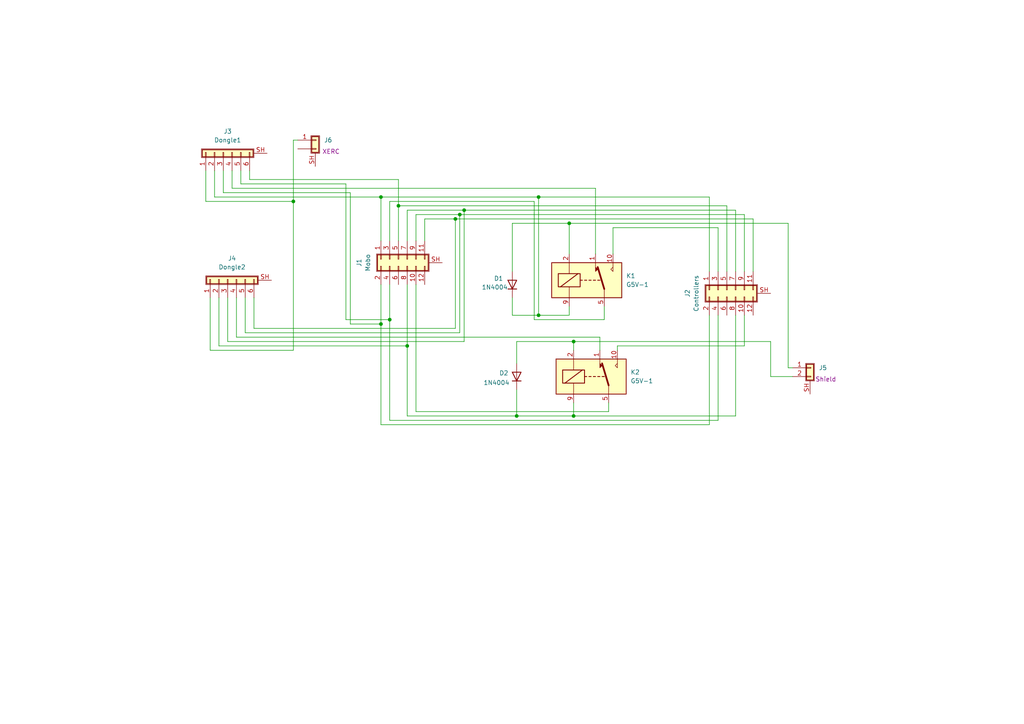
<source format=kicad_sch>
(kicad_sch
	(version 20231120)
	(generator "eeschema")
	(generator_version "8.0")
	(uuid "e4e16d38-c031-4f4f-9a1c-07c4ddbe16fe")
	(paper "A4")
	(lib_symbols
		(symbol "Conn_01x02_Shielded_1"
			(pin_names
				(offset 1.016) hide)
			(exclude_from_sim no)
			(in_bom yes)
			(on_board yes)
			(property "Reference" "J10"
				(at 2.54 0.0001 0)
				(effects
					(font
						(size 1.27 1.27)
					)
					(justify left)
				)
			)
			(property "Value" "XERC"
				(at 2.54 -2.5399 0)
				(effects
					(font
						(size 1.27 1.27)
					)
					(justify left)
					(hide yes)
				)
			)
			(property "Footprint" "Connector_JST:JST_SH_BM02B-SRSS-TB_1x02-1MP_P1.00mm_Vertical"
				(at 0 0 0)
				(effects
					(font
						(size 1.27 1.27)
					)
					(hide yes)
				)
			)
			(property "Datasheet" "~"
				(at 0 0 0)
				(effects
					(font
						(size 1.27 1.27)
					)
					(hide yes)
				)
			)
			(property "Description" "XERC"
				(at 4.572 -3.302 0)
				(effects
					(font
						(size 1.27 1.27)
					)
				)
			)
			(property "ki_keywords" "connector"
				(at 0 0 0)
				(effects
					(font
						(size 1.27 1.27)
					)
					(hide yes)
				)
			)
			(property "ki_fp_filters" "Connector*:*_1x??-1SH*"
				(at 0 0 0)
				(effects
					(font
						(size 1.27 1.27)
					)
					(hide yes)
				)
			)
			(symbol "Conn_01x02_Shielded_1_1_1"
				(rectangle
					(start -1.27 1.27)
					(end 1.27 -3.81)
					(stroke
						(width 0.1524)
						(type default)
					)
					(fill
						(type none)
					)
				)
				(rectangle
					(start -1.016 -2.413)
					(end 0.254 -2.667)
					(stroke
						(width 0.1524)
						(type default)
					)
					(fill
						(type none)
					)
				)
				(rectangle
					(start -1.016 0.127)
					(end 0.254 -0.127)
					(stroke
						(width 0.1524)
						(type default)
					)
					(fill
						(type none)
					)
				)
				(rectangle
					(start -1.016 1.016)
					(end 1.016 -3.556)
					(stroke
						(width 0.254)
						(type default)
					)
					(fill
						(type background)
					)
				)
				(pin passive line
					(at -5.08 -2.54 0)
					(length 4.064)
					(name "Pin_2"
						(effects
							(font
								(size 1.27 1.27)
							)
						)
					)
					(number ""
						(effects
							(font
								(size 1.27 1.27)
							)
						)
					)
				)
				(pin passive line
					(at -5.08 0 0)
					(length 4.064)
					(name "Pin_1"
						(effects
							(font
								(size 1.27 1.27)
							)
						)
					)
					(number "1"
						(effects
							(font
								(size 1.27 1.27)
							)
						)
					)
				)
				(pin passive line
					(at 0 -7.62 90)
					(length 3.81)
					(name "Shield"
						(effects
							(font
								(size 1.27 1.27)
							)
						)
					)
					(number "SH"
						(effects
							(font
								(size 1.27 1.27)
							)
						)
					)
				)
			)
		)
		(symbol "Conn_01x02_Shielded_2"
			(pin_names
				(offset 1.016) hide)
			(exclude_from_sim no)
			(in_bom yes)
			(on_board yes)
			(property "Reference" "J6"
				(at 2.54 0.0001 0)
				(effects
					(font
						(size 1.27 1.27)
					)
					(justify left)
				)
			)
			(property "Value" "Shield"
				(at 2.54 -2.5399 0)
				(effects
					(font
						(size 1.27 1.27)
					)
					(justify left)
					(hide yes)
				)
			)
			(property "Footprint" "Connector_Molex:Molex_PicoBlade_53261-0271_1x02-1MP_P1.25mm_Horizontal"
				(at 0 0 0)
				(effects
					(font
						(size 1.27 1.27)
					)
					(hide yes)
				)
			)
			(property "Datasheet" "~"
				(at 0 0 0)
				(effects
					(font
						(size 1.27 1.27)
					)
					(hide yes)
				)
			)
			(property "Description" "Shield"
				(at 4.572 -3.302 0)
				(effects
					(font
						(size 1.27 1.27)
					)
				)
			)
			(property "ki_keywords" "connector"
				(at 0 0 0)
				(effects
					(font
						(size 1.27 1.27)
					)
					(hide yes)
				)
			)
			(property "ki_fp_filters" "Connector*:*_1x??-1SH*"
				(at 0 0 0)
				(effects
					(font
						(size 1.27 1.27)
					)
					(hide yes)
				)
			)
			(symbol "Conn_01x02_Shielded_2_1_1"
				(rectangle
					(start -1.27 1.27)
					(end 1.27 -3.81)
					(stroke
						(width 0.1524)
						(type default)
					)
					(fill
						(type none)
					)
				)
				(rectangle
					(start -1.016 -2.413)
					(end 0.254 -2.667)
					(stroke
						(width 0.1524)
						(type default)
					)
					(fill
						(type none)
					)
				)
				(rectangle
					(start -1.016 0.127)
					(end 0.254 -0.127)
					(stroke
						(width 0.1524)
						(type default)
					)
					(fill
						(type none)
					)
				)
				(rectangle
					(start -1.016 1.016)
					(end 1.016 -3.556)
					(stroke
						(width 0.254)
						(type default)
					)
					(fill
						(type background)
					)
				)
				(pin passive line
					(at -5.08 0 0)
					(length 4.064)
					(name "Pin_1"
						(effects
							(font
								(size 1.27 1.27)
							)
						)
					)
					(number "1"
						(effects
							(font
								(size 1.27 1.27)
							)
						)
					)
				)
				(pin passive line
					(at -5.08 -2.54 0)
					(length 4.064)
					(name "Pin_2"
						(effects
							(font
								(size 1.27 1.27)
							)
						)
					)
					(number "2"
						(effects
							(font
								(size 1.27 1.27)
							)
						)
					)
				)
				(pin passive line
					(at 0 -7.62 90)
					(length 3.81)
					(name "Shield"
						(effects
							(font
								(size 1.27 1.27)
							)
						)
					)
					(number "SH"
						(effects
							(font
								(size 1.27 1.27)
							)
						)
					)
				)
			)
		)
		(symbol "Connector_Generic_Shielded:Conn_01x06_Shielded"
			(pin_names
				(offset 1.016) hide)
			(exclude_from_sim no)
			(in_bom yes)
			(on_board yes)
			(property "Reference" "J"
				(at 0.254 7.366 0)
				(effects
					(font
						(size 1.27 1.27)
					)
				)
			)
			(property "Value" "Conn_01x06_Shielded"
				(at 1.016 -9.906 0)
				(effects
					(font
						(size 1.27 1.27)
					)
					(justify left)
				)
			)
			(property "Footprint" ""
				(at 0 0 0)
				(effects
					(font
						(size 1.27 1.27)
					)
					(hide yes)
				)
			)
			(property "Datasheet" "~"
				(at 0 0 0)
				(effects
					(font
						(size 1.27 1.27)
					)
					(hide yes)
				)
			)
			(property "Description" "Generic shielded connector, single row, 01x06, script generated (kicad-library-utils/schlib/autogen/connector/)"
				(at 0 0 0)
				(effects
					(font
						(size 1.27 1.27)
					)
					(hide yes)
				)
			)
			(property "ki_keywords" "connector"
				(at 0 0 0)
				(effects
					(font
						(size 1.27 1.27)
					)
					(hide yes)
				)
			)
			(property "ki_fp_filters" "Connector*:*_1x??-1SH*"
				(at 0 0 0)
				(effects
					(font
						(size 1.27 1.27)
					)
					(hide yes)
				)
			)
			(symbol "Conn_01x06_Shielded_1_1"
				(rectangle
					(start -1.27 6.35)
					(end 1.27 -8.89)
					(stroke
						(width 0.1524)
						(type default)
					)
					(fill
						(type none)
					)
				)
				(rectangle
					(start -1.016 -7.493)
					(end 0.254 -7.747)
					(stroke
						(width 0.1524)
						(type default)
					)
					(fill
						(type none)
					)
				)
				(rectangle
					(start -1.016 -4.953)
					(end 0.254 -5.207)
					(stroke
						(width 0.1524)
						(type default)
					)
					(fill
						(type none)
					)
				)
				(rectangle
					(start -1.016 -2.413)
					(end 0.254 -2.667)
					(stroke
						(width 0.1524)
						(type default)
					)
					(fill
						(type none)
					)
				)
				(rectangle
					(start -1.016 0.127)
					(end 0.254 -0.127)
					(stroke
						(width 0.1524)
						(type default)
					)
					(fill
						(type none)
					)
				)
				(rectangle
					(start -1.016 2.667)
					(end 0.254 2.413)
					(stroke
						(width 0.1524)
						(type default)
					)
					(fill
						(type none)
					)
				)
				(rectangle
					(start -1.016 5.207)
					(end 0.254 4.953)
					(stroke
						(width 0.1524)
						(type default)
					)
					(fill
						(type none)
					)
				)
				(rectangle
					(start -1.016 6.096)
					(end 1.016 -8.636)
					(stroke
						(width 0.254)
						(type default)
					)
					(fill
						(type background)
					)
				)
				(pin passive line
					(at -5.08 5.08 0)
					(length 4.064)
					(name "Pin_1"
						(effects
							(font
								(size 1.27 1.27)
							)
						)
					)
					(number "1"
						(effects
							(font
								(size 1.27 1.27)
							)
						)
					)
				)
				(pin passive line
					(at -5.08 2.54 0)
					(length 4.064)
					(name "Pin_2"
						(effects
							(font
								(size 1.27 1.27)
							)
						)
					)
					(number "2"
						(effects
							(font
								(size 1.27 1.27)
							)
						)
					)
				)
				(pin passive line
					(at -5.08 0 0)
					(length 4.064)
					(name "Pin_3"
						(effects
							(font
								(size 1.27 1.27)
							)
						)
					)
					(number "3"
						(effects
							(font
								(size 1.27 1.27)
							)
						)
					)
				)
				(pin passive line
					(at -5.08 -2.54 0)
					(length 4.064)
					(name "Pin_4"
						(effects
							(font
								(size 1.27 1.27)
							)
						)
					)
					(number "4"
						(effects
							(font
								(size 1.27 1.27)
							)
						)
					)
				)
				(pin passive line
					(at -5.08 -5.08 0)
					(length 4.064)
					(name "Pin_5"
						(effects
							(font
								(size 1.27 1.27)
							)
						)
					)
					(number "5"
						(effects
							(font
								(size 1.27 1.27)
							)
						)
					)
				)
				(pin passive line
					(at -5.08 -7.62 0)
					(length 4.064)
					(name "Pin_6"
						(effects
							(font
								(size 1.27 1.27)
							)
						)
					)
					(number "6"
						(effects
							(font
								(size 1.27 1.27)
							)
						)
					)
				)
				(pin passive line
					(at 0 -12.7 90)
					(length 3.81)
					(name "Shield"
						(effects
							(font
								(size 1.27 1.27)
							)
						)
					)
					(number "SH"
						(effects
							(font
								(size 1.27 1.27)
							)
						)
					)
				)
			)
		)
		(symbol "Connector_Generic_Shielded:Conn_02x06_Odd_Even_Shielded"
			(pin_names
				(offset 1.016) hide)
			(exclude_from_sim no)
			(in_bom yes)
			(on_board yes)
			(property "Reference" "J"
				(at 1.524 7.366 0)
				(effects
					(font
						(size 1.27 1.27)
					)
				)
			)
			(property "Value" "Conn_02x06_Odd_Even_Shielded"
				(at 2.286 -9.906 0)
				(effects
					(font
						(size 1.27 1.27)
					)
					(justify left)
				)
			)
			(property "Footprint" ""
				(at 0 0 0)
				(effects
					(font
						(size 1.27 1.27)
					)
					(hide yes)
				)
			)
			(property "Datasheet" "~"
				(at 0 0 0)
				(effects
					(font
						(size 1.27 1.27)
					)
					(hide yes)
				)
			)
			(property "Description" "Generic shielded connector, double row, 02x06, odd/even pin numbering scheme (row 1 odd numbers, row 2 even numbers), script generated (kicad-library-utils/schlib/autogen/connector/)"
				(at 0 0 0)
				(effects
					(font
						(size 1.27 1.27)
					)
					(hide yes)
				)
			)
			(property "ki_keywords" "connector"
				(at 0 0 0)
				(effects
					(font
						(size 1.27 1.27)
					)
					(hide yes)
				)
			)
			(property "ki_fp_filters" "Connector*:*_2x??-1SH*"
				(at 0 0 0)
				(effects
					(font
						(size 1.27 1.27)
					)
					(hide yes)
				)
			)
			(symbol "Conn_02x06_Odd_Even_Shielded_1_1"
				(rectangle
					(start -1.27 6.35)
					(end 3.81 -8.89)
					(stroke
						(width 0.1524)
						(type default)
					)
					(fill
						(type none)
					)
				)
				(rectangle
					(start -1.016 -7.493)
					(end 0.254 -7.747)
					(stroke
						(width 0.1524)
						(type default)
					)
					(fill
						(type none)
					)
				)
				(rectangle
					(start -1.016 -4.953)
					(end 0.254 -5.207)
					(stroke
						(width 0.1524)
						(type default)
					)
					(fill
						(type none)
					)
				)
				(rectangle
					(start -1.016 -2.413)
					(end 0.254 -2.667)
					(stroke
						(width 0.1524)
						(type default)
					)
					(fill
						(type none)
					)
				)
				(rectangle
					(start -1.016 0.127)
					(end 0.254 -0.127)
					(stroke
						(width 0.1524)
						(type default)
					)
					(fill
						(type none)
					)
				)
				(rectangle
					(start -1.016 2.667)
					(end 0.254 2.413)
					(stroke
						(width 0.1524)
						(type default)
					)
					(fill
						(type none)
					)
				)
				(rectangle
					(start -1.016 5.207)
					(end 0.254 4.953)
					(stroke
						(width 0.1524)
						(type default)
					)
					(fill
						(type none)
					)
				)
				(rectangle
					(start -1.016 6.096)
					(end 3.556 -8.636)
					(stroke
						(width 0.254)
						(type default)
					)
					(fill
						(type background)
					)
				)
				(rectangle
					(start 3.556 -7.493)
					(end 2.286 -7.747)
					(stroke
						(width 0.1524)
						(type default)
					)
					(fill
						(type none)
					)
				)
				(rectangle
					(start 3.556 -4.953)
					(end 2.286 -5.207)
					(stroke
						(width 0.1524)
						(type default)
					)
					(fill
						(type none)
					)
				)
				(rectangle
					(start 3.556 -2.413)
					(end 2.286 -2.667)
					(stroke
						(width 0.1524)
						(type default)
					)
					(fill
						(type none)
					)
				)
				(rectangle
					(start 3.556 0.127)
					(end 2.286 -0.127)
					(stroke
						(width 0.1524)
						(type default)
					)
					(fill
						(type none)
					)
				)
				(rectangle
					(start 3.556 2.667)
					(end 2.286 2.413)
					(stroke
						(width 0.1524)
						(type default)
					)
					(fill
						(type none)
					)
				)
				(rectangle
					(start 3.556 5.207)
					(end 2.286 4.953)
					(stroke
						(width 0.1524)
						(type default)
					)
					(fill
						(type none)
					)
				)
				(pin passive line
					(at -5.08 5.08 0)
					(length 4.064)
					(name "Pin_1"
						(effects
							(font
								(size 1.27 1.27)
							)
						)
					)
					(number "1"
						(effects
							(font
								(size 1.27 1.27)
							)
						)
					)
				)
				(pin passive line
					(at 7.62 -5.08 180)
					(length 4.064)
					(name "Pin_10"
						(effects
							(font
								(size 1.27 1.27)
							)
						)
					)
					(number "10"
						(effects
							(font
								(size 1.27 1.27)
							)
						)
					)
				)
				(pin passive line
					(at -5.08 -7.62 0)
					(length 4.064)
					(name "Pin_11"
						(effects
							(font
								(size 1.27 1.27)
							)
						)
					)
					(number "11"
						(effects
							(font
								(size 1.27 1.27)
							)
						)
					)
				)
				(pin passive line
					(at 7.62 -7.62 180)
					(length 4.064)
					(name "Pin_12"
						(effects
							(font
								(size 1.27 1.27)
							)
						)
					)
					(number "12"
						(effects
							(font
								(size 1.27 1.27)
							)
						)
					)
				)
				(pin passive line
					(at 7.62 5.08 180)
					(length 4.064)
					(name "Pin_2"
						(effects
							(font
								(size 1.27 1.27)
							)
						)
					)
					(number "2"
						(effects
							(font
								(size 1.27 1.27)
							)
						)
					)
				)
				(pin passive line
					(at -5.08 2.54 0)
					(length 4.064)
					(name "Pin_3"
						(effects
							(font
								(size 1.27 1.27)
							)
						)
					)
					(number "3"
						(effects
							(font
								(size 1.27 1.27)
							)
						)
					)
				)
				(pin passive line
					(at 7.62 2.54 180)
					(length 4.064)
					(name "Pin_4"
						(effects
							(font
								(size 1.27 1.27)
							)
						)
					)
					(number "4"
						(effects
							(font
								(size 1.27 1.27)
							)
						)
					)
				)
				(pin passive line
					(at -5.08 0 0)
					(length 4.064)
					(name "Pin_5"
						(effects
							(font
								(size 1.27 1.27)
							)
						)
					)
					(number "5"
						(effects
							(font
								(size 1.27 1.27)
							)
						)
					)
				)
				(pin passive line
					(at 7.62 0 180)
					(length 4.064)
					(name "Pin_6"
						(effects
							(font
								(size 1.27 1.27)
							)
						)
					)
					(number "6"
						(effects
							(font
								(size 1.27 1.27)
							)
						)
					)
				)
				(pin passive line
					(at -5.08 -2.54 0)
					(length 4.064)
					(name "Pin_7"
						(effects
							(font
								(size 1.27 1.27)
							)
						)
					)
					(number "7"
						(effects
							(font
								(size 1.27 1.27)
							)
						)
					)
				)
				(pin passive line
					(at 7.62 -2.54 180)
					(length 4.064)
					(name "Pin_8"
						(effects
							(font
								(size 1.27 1.27)
							)
						)
					)
					(number "8"
						(effects
							(font
								(size 1.27 1.27)
							)
						)
					)
				)
				(pin passive line
					(at -5.08 -5.08 0)
					(length 4.064)
					(name "Pin_9"
						(effects
							(font
								(size 1.27 1.27)
							)
						)
					)
					(number "9"
						(effects
							(font
								(size 1.27 1.27)
							)
						)
					)
				)
				(pin passive line
					(at 1.27 -12.7 90)
					(length 3.81)
					(name "Shield"
						(effects
							(font
								(size 1.27 1.27)
							)
						)
					)
					(number "SH"
						(effects
							(font
								(size 1.27 1.27)
							)
						)
					)
				)
			)
		)
		(symbol "Diode:1N4004"
			(pin_numbers hide)
			(pin_names hide)
			(exclude_from_sim no)
			(in_bom yes)
			(on_board yes)
			(property "Reference" "D"
				(at 0 2.54 0)
				(effects
					(font
						(size 1.27 1.27)
					)
				)
			)
			(property "Value" "1N4004"
				(at 0 -2.54 0)
				(effects
					(font
						(size 1.27 1.27)
					)
				)
			)
			(property "Footprint" "Diode_THT:D_DO-41_SOD81_P10.16mm_Horizontal"
				(at 0 -4.445 0)
				(effects
					(font
						(size 1.27 1.27)
					)
					(hide yes)
				)
			)
			(property "Datasheet" "http://www.vishay.com/docs/88503/1n4001.pdf"
				(at 0 0 0)
				(effects
					(font
						(size 1.27 1.27)
					)
					(hide yes)
				)
			)
			(property "Description" "400V 1A General Purpose Rectifier Diode, DO-41"
				(at 0 0 0)
				(effects
					(font
						(size 1.27 1.27)
					)
					(hide yes)
				)
			)
			(property "Sim.Device" "D"
				(at 0 0 0)
				(effects
					(font
						(size 1.27 1.27)
					)
					(hide yes)
				)
			)
			(property "Sim.Pins" "1=K 2=A"
				(at 0 0 0)
				(effects
					(font
						(size 1.27 1.27)
					)
					(hide yes)
				)
			)
			(property "ki_keywords" "diode"
				(at 0 0 0)
				(effects
					(font
						(size 1.27 1.27)
					)
					(hide yes)
				)
			)
			(property "ki_fp_filters" "D*DO?41*"
				(at 0 0 0)
				(effects
					(font
						(size 1.27 1.27)
					)
					(hide yes)
				)
			)
			(symbol "1N4004_0_1"
				(polyline
					(pts
						(xy -1.27 1.27) (xy -1.27 -1.27)
					)
					(stroke
						(width 0.254)
						(type default)
					)
					(fill
						(type none)
					)
				)
				(polyline
					(pts
						(xy 1.27 0) (xy -1.27 0)
					)
					(stroke
						(width 0)
						(type default)
					)
					(fill
						(type none)
					)
				)
				(polyline
					(pts
						(xy 1.27 1.27) (xy 1.27 -1.27) (xy -1.27 0) (xy 1.27 1.27)
					)
					(stroke
						(width 0.254)
						(type default)
					)
					(fill
						(type none)
					)
				)
			)
			(symbol "1N4004_1_1"
				(pin passive line
					(at -3.81 0 0)
					(length 2.54)
					(name "K"
						(effects
							(font
								(size 1.27 1.27)
							)
						)
					)
					(number "1"
						(effects
							(font
								(size 1.27 1.27)
							)
						)
					)
				)
				(pin passive line
					(at 3.81 0 180)
					(length 2.54)
					(name "A"
						(effects
							(font
								(size 1.27 1.27)
							)
						)
					)
					(number "2"
						(effects
							(font
								(size 1.27 1.27)
							)
						)
					)
				)
			)
		)
		(symbol "Relay:G5V-1"
			(exclude_from_sim no)
			(in_bom yes)
			(on_board yes)
			(property "Reference" "K"
				(at 11.43 3.81 0)
				(effects
					(font
						(size 1.27 1.27)
					)
					(justify left)
				)
			)
			(property "Value" "G5V-1"
				(at 11.43 1.27 0)
				(effects
					(font
						(size 1.27 1.27)
					)
					(justify left)
				)
			)
			(property "Footprint" "Relay_THT:Relay_SPDT_Omron_G5V-1"
				(at 28.702 -0.762 0)
				(effects
					(font
						(size 1.27 1.27)
					)
					(hide yes)
				)
			)
			(property "Datasheet" "http://omronfs.omron.com/en_US/ecb/products/pdf/en-g5v_1.pdf"
				(at 0 0 0)
				(effects
					(font
						(size 1.27 1.27)
					)
					(hide yes)
				)
			)
			(property "Description" "Ultra-miniature, Highly Sensitive SPDT Relay for Signal Circuits"
				(at 0 0 0)
				(effects
					(font
						(size 1.27 1.27)
					)
					(hide yes)
				)
			)
			(property "ki_keywords" "Single Pole Relay SPDT"
				(at 0 0 0)
				(effects
					(font
						(size 1.27 1.27)
					)
					(hide yes)
				)
			)
			(property "ki_fp_filters" "Relay*SPDT*Omron*G5V?1*"
				(at 0 0 0)
				(effects
					(font
						(size 1.27 1.27)
					)
					(hide yes)
				)
			)
			(symbol "G5V-1_0_0"
				(polyline
					(pts
						(xy 7.62 5.08) (xy 7.62 2.54) (xy 6.985 3.175) (xy 7.62 3.81)
					)
					(stroke
						(width 0)
						(type default)
					)
					(fill
						(type none)
					)
				)
			)
			(symbol "G5V-1_0_1"
				(rectangle
					(start -10.16 5.08)
					(end 10.16 -5.08)
					(stroke
						(width 0.254)
						(type default)
					)
					(fill
						(type background)
					)
				)
				(rectangle
					(start -8.255 1.905)
					(end -1.905 -1.905)
					(stroke
						(width 0.254)
						(type default)
					)
					(fill
						(type none)
					)
				)
				(polyline
					(pts
						(xy -7.62 -1.905) (xy -2.54 1.905)
					)
					(stroke
						(width 0.254)
						(type default)
					)
					(fill
						(type none)
					)
				)
				(polyline
					(pts
						(xy -5.08 -5.08) (xy -5.08 -1.905)
					)
					(stroke
						(width 0)
						(type default)
					)
					(fill
						(type none)
					)
				)
				(polyline
					(pts
						(xy -5.08 5.08) (xy -5.08 1.905)
					)
					(stroke
						(width 0)
						(type default)
					)
					(fill
						(type none)
					)
				)
				(polyline
					(pts
						(xy -1.905 0) (xy -1.27 0)
					)
					(stroke
						(width 0.254)
						(type default)
					)
					(fill
						(type none)
					)
				)
				(polyline
					(pts
						(xy -0.635 0) (xy 0 0)
					)
					(stroke
						(width 0.254)
						(type default)
					)
					(fill
						(type none)
					)
				)
				(polyline
					(pts
						(xy 0.635 0) (xy 1.27 0)
					)
					(stroke
						(width 0.254)
						(type default)
					)
					(fill
						(type none)
					)
				)
				(polyline
					(pts
						(xy 1.905 0) (xy 2.54 0)
					)
					(stroke
						(width 0.254)
						(type default)
					)
					(fill
						(type none)
					)
				)
				(polyline
					(pts
						(xy 3.175 0) (xy 3.81 0)
					)
					(stroke
						(width 0.254)
						(type default)
					)
					(fill
						(type none)
					)
				)
				(polyline
					(pts
						(xy 5.08 -2.54) (xy 3.175 3.81)
					)
					(stroke
						(width 0.508)
						(type default)
					)
					(fill
						(type none)
					)
				)
				(polyline
					(pts
						(xy 5.08 -2.54) (xy 5.08 -5.08)
					)
					(stroke
						(width 0)
						(type default)
					)
					(fill
						(type none)
					)
				)
				(polyline
					(pts
						(xy 2.54 5.08) (xy 2.54 2.54) (xy 3.175 3.175) (xy 2.54 3.81)
					)
					(stroke
						(width 0)
						(type default)
					)
					(fill
						(type outline)
					)
				)
			)
			(symbol "G5V-1_1_1"
				(pin passive line
					(at 2.54 7.62 270)
					(length 2.54)
					(name "~"
						(effects
							(font
								(size 1.27 1.27)
							)
						)
					)
					(number "1"
						(effects
							(font
								(size 1.27 1.27)
							)
						)
					)
				)
				(pin passive line
					(at 7.62 7.62 270)
					(length 2.54)
					(name "~"
						(effects
							(font
								(size 1.27 1.27)
							)
						)
					)
					(number "10"
						(effects
							(font
								(size 1.27 1.27)
							)
						)
					)
				)
				(pin passive line
					(at -5.08 7.62 270)
					(length 2.54)
					(name "~"
						(effects
							(font
								(size 1.27 1.27)
							)
						)
					)
					(number "2"
						(effects
							(font
								(size 1.27 1.27)
							)
						)
					)
				)
				(pin passive line
					(at 5.08 -7.62 90)
					(length 2.54)
					(name "~"
						(effects
							(font
								(size 1.27 1.27)
							)
						)
					)
					(number "5"
						(effects
							(font
								(size 1.27 1.27)
							)
						)
					)
				)
				(pin passive line
					(at 5.08 -7.62 90)
					(length 2.54) hide
					(name "~"
						(effects
							(font
								(size 1.27 1.27)
							)
						)
					)
					(number "6"
						(effects
							(font
								(size 1.27 1.27)
							)
						)
					)
				)
				(pin passive line
					(at -5.08 -7.62 90)
					(length 2.54)
					(name "~"
						(effects
							(font
								(size 1.27 1.27)
							)
						)
					)
					(number "9"
						(effects
							(font
								(size 1.27 1.27)
							)
						)
					)
				)
			)
		)
	)
	(junction
		(at 166.37 99.06)
		(diameter 0)
		(color 0 0 0 0)
		(uuid "0ceee93a-9b51-4631-b903-57fcc92403ca")
	)
	(junction
		(at 166.37 120.65)
		(diameter 0)
		(color 0 0 0 0)
		(uuid "3fac8339-b306-496e-87c3-0d052800160f")
	)
	(junction
		(at 133.35 62.23)
		(diameter 0)
		(color 0 0 0 0)
		(uuid "418dc362-b9ed-40e4-ba36-783d6941eba3")
	)
	(junction
		(at 156.21 91.44)
		(diameter 0)
		(color 0 0 0 0)
		(uuid "4d8e2395-c6a4-4d59-95ae-5f419b7b8534")
	)
	(junction
		(at 156.21 57.15)
		(diameter 0)
		(color 0 0 0 0)
		(uuid "56f6f68e-51f7-444f-9ba1-ba7cc8aa66ee")
	)
	(junction
		(at 115.57 59.69)
		(diameter 0)
		(color 0 0 0 0)
		(uuid "61cd2c28-6944-4426-85f9-fa748b3d4cd2")
	)
	(junction
		(at 132.08 63.5)
		(diameter 0)
		(color 0 0 0 0)
		(uuid "8819f7ec-6b76-4a9b-907c-cc289aed7d5e")
	)
	(junction
		(at 113.03 92.71)
		(diameter 0)
		(color 0 0 0 0)
		(uuid "a079c0cd-043f-41a8-9089-b62affedb452")
	)
	(junction
		(at 110.49 93.98)
		(diameter 0)
		(color 0 0 0 0)
		(uuid "a471f91d-4556-4385-bf0e-7eade95bede9")
	)
	(junction
		(at 149.86 120.65)
		(diameter 0)
		(color 0 0 0 0)
		(uuid "a6f26b28-422a-4623-9922-5f915ba4bdd8")
	)
	(junction
		(at 118.11 100.33)
		(diameter 0)
		(color 0 0 0 0)
		(uuid "bb6ea104-bc4d-45fa-a84f-107bd0e807cf")
	)
	(junction
		(at 165.1 64.77)
		(diameter 0)
		(color 0 0 0 0)
		(uuid "c99730ce-aa25-4841-a5b5-29203e1c3312")
	)
	(junction
		(at 85.09 58.42)
		(diameter 0)
		(color 0 0 0 0)
		(uuid "d557721d-bca0-4251-8ddd-4a6304ad9a23")
	)
	(junction
		(at 134.62 60.96)
		(diameter 0)
		(color 0 0 0 0)
		(uuid "fd94c97d-3f28-45ae-84bb-d23eee2c0615")
	)
	(junction
		(at 110.49 57.15)
		(diameter 0)
		(color 0 0 0 0)
		(uuid "fdddc9ad-999f-4031-b497-fc91495ed4bb")
	)
	(wire
		(pts
			(xy 118.11 60.96) (xy 134.62 60.96)
		)
		(stroke
			(width 0)
			(type default)
		)
		(uuid "008a06cd-23bb-400d-a9c8-fef192f59354")
	)
	(wire
		(pts
			(xy 166.37 99.06) (xy 223.52 99.06)
		)
		(stroke
			(width 0)
			(type default)
		)
		(uuid "0554c922-9685-4a3e-9f32-ffec639c4667")
	)
	(wire
		(pts
			(xy 59.69 58.42) (xy 85.09 58.42)
		)
		(stroke
			(width 0)
			(type default)
		)
		(uuid "07a80df2-1d72-4eb6-a0a5-14326112bd8f")
	)
	(wire
		(pts
			(xy 60.96 101.6) (xy 60.96 86.36)
		)
		(stroke
			(width 0)
			(type default)
		)
		(uuid "08aa8f31-2a21-459f-8549-419d55870f78")
	)
	(wire
		(pts
			(xy 176.53 119.38) (xy 176.53 116.84)
		)
		(stroke
			(width 0)
			(type default)
		)
		(uuid "0cf584c7-c607-4d1c-9acc-90aa151d4df7")
	)
	(wire
		(pts
			(xy 223.52 99.06) (xy 223.52 109.22)
		)
		(stroke
			(width 0)
			(type default)
		)
		(uuid "1145fe28-ffc3-496b-9fac-eef9cc775023")
	)
	(wire
		(pts
			(xy 110.49 123.19) (xy 205.74 123.19)
		)
		(stroke
			(width 0)
			(type default)
		)
		(uuid "137d32d9-1abe-4eb9-b36c-28f2a36c9a14")
	)
	(wire
		(pts
			(xy 120.65 82.55) (xy 120.65 119.38)
		)
		(stroke
			(width 0)
			(type default)
		)
		(uuid "15e67f7d-9c6a-4f1b-b511-1de85c9290e7")
	)
	(wire
		(pts
			(xy 165.1 64.77) (xy 148.59 64.77)
		)
		(stroke
			(width 0)
			(type default)
		)
		(uuid "1792b596-de45-4c91-86fd-669c815bc4f4")
	)
	(wire
		(pts
			(xy 156.21 57.15) (xy 156.21 91.44)
		)
		(stroke
			(width 0)
			(type default)
		)
		(uuid "17977817-bf4b-4191-851e-3d615aa0d874")
	)
	(wire
		(pts
			(xy 165.1 91.44) (xy 165.1 88.9)
		)
		(stroke
			(width 0)
			(type default)
		)
		(uuid "1aa2b61e-10d8-4fc4-a737-6fb4695f35da")
	)
	(wire
		(pts
			(xy 215.9 62.23) (xy 215.9 78.74)
		)
		(stroke
			(width 0)
			(type default)
		)
		(uuid "1d9aea88-b415-408c-bd54-08939155aab9")
	)
	(wire
		(pts
			(xy 156.21 91.44) (xy 165.1 91.44)
		)
		(stroke
			(width 0)
			(type default)
		)
		(uuid "2131bdb4-cb2c-49d4-b46c-c32d18c6e70a")
	)
	(wire
		(pts
			(xy 156.21 91.44) (xy 148.59 91.44)
		)
		(stroke
			(width 0)
			(type default)
		)
		(uuid "2221d815-9dfb-499f-8167-dc6210e5ea6b")
	)
	(wire
		(pts
			(xy 115.57 52.07) (xy 115.57 59.69)
		)
		(stroke
			(width 0)
			(type default)
		)
		(uuid "25fe5890-84df-43e5-a043-9b00f9de65d9")
	)
	(wire
		(pts
			(xy 149.86 120.65) (xy 149.86 113.03)
		)
		(stroke
			(width 0)
			(type default)
		)
		(uuid "2dc0c9f4-3000-4b87-b208-ddfbaf0a7066")
	)
	(wire
		(pts
			(xy 64.77 55.88) (xy 101.6 55.88)
		)
		(stroke
			(width 0)
			(type default)
		)
		(uuid "3063c251-fd63-45a9-8141-3bea99fc2bc6")
	)
	(wire
		(pts
			(xy 72.39 49.53) (xy 72.39 52.07)
		)
		(stroke
			(width 0)
			(type default)
		)
		(uuid "31d6aa0b-8366-4d49-9110-c97e169be353")
	)
	(wire
		(pts
			(xy 177.8 73.66) (xy 177.8 66.04)
		)
		(stroke
			(width 0)
			(type default)
		)
		(uuid "326e8696-9ec6-49dd-a1b1-e2a95c341e5a")
	)
	(wire
		(pts
			(xy 110.49 82.55) (xy 110.49 93.98)
		)
		(stroke
			(width 0)
			(type default)
		)
		(uuid "348ef77f-177f-435e-b7d2-590269caadf2")
	)
	(wire
		(pts
			(xy 208.28 66.04) (xy 208.28 78.74)
		)
		(stroke
			(width 0)
			(type default)
		)
		(uuid "34d364d9-f3c8-4a15-a582-38b1fea9e39c")
	)
	(wire
		(pts
			(xy 113.03 92.71) (xy 113.03 121.92)
		)
		(stroke
			(width 0)
			(type default)
		)
		(uuid "3529218a-e59a-4eaf-818c-33d7972c4f91")
	)
	(wire
		(pts
			(xy 172.72 54.61) (xy 67.31 54.61)
		)
		(stroke
			(width 0)
			(type default)
		)
		(uuid "354c217a-4530-4645-8403-6ecb7420ff2b")
	)
	(wire
		(pts
			(xy 223.52 109.22) (xy 229.87 109.22)
		)
		(stroke
			(width 0)
			(type default)
		)
		(uuid "3c4f2ceb-3286-4538-81e0-9be62433be34")
	)
	(wire
		(pts
			(xy 166.37 120.65) (xy 213.36 120.65)
		)
		(stroke
			(width 0)
			(type default)
		)
		(uuid "3d2faabe-d79a-40d1-acd8-87a35ef2e1d9")
	)
	(wire
		(pts
			(xy 133.35 62.23) (xy 133.35 96.52)
		)
		(stroke
			(width 0)
			(type default)
		)
		(uuid "4079f76d-dd17-4db4-a60a-ecc7ed107a8f")
	)
	(wire
		(pts
			(xy 165.1 64.77) (xy 228.6 64.77)
		)
		(stroke
			(width 0)
			(type default)
		)
		(uuid "41298f14-e9e5-4bfe-9c01-8ab6ff3a7575")
	)
	(wire
		(pts
			(xy 66.04 86.36) (xy 66.04 99.06)
		)
		(stroke
			(width 0)
			(type default)
		)
		(uuid "42f1e316-9d87-4b08-8016-a2ef03f6ee29")
	)
	(wire
		(pts
			(xy 73.66 86.36) (xy 73.66 95.25)
		)
		(stroke
			(width 0)
			(type default)
		)
		(uuid "4704f090-f1eb-459c-a8f6-e29b5c47a69a")
	)
	(wire
		(pts
			(xy 205.74 91.44) (xy 205.74 123.19)
		)
		(stroke
			(width 0)
			(type default)
		)
		(uuid "47a72ee8-b15d-4126-a07e-6c197ff04144")
	)
	(wire
		(pts
			(xy 113.03 58.42) (xy 154.94 58.42)
		)
		(stroke
			(width 0)
			(type default)
		)
		(uuid "47f623ea-4e03-44f4-871d-c4e16a947e40")
	)
	(wire
		(pts
			(xy 166.37 120.65) (xy 149.86 120.65)
		)
		(stroke
			(width 0)
			(type default)
		)
		(uuid "4bfd6291-57ec-4087-96ae-fa60a025f675")
	)
	(wire
		(pts
			(xy 156.21 57.15) (xy 205.74 57.15)
		)
		(stroke
			(width 0)
			(type default)
		)
		(uuid "5544a47d-28f1-4291-8fa0-74590e912e95")
	)
	(wire
		(pts
			(xy 228.6 64.77) (xy 228.6 106.68)
		)
		(stroke
			(width 0)
			(type default)
		)
		(uuid "5681da70-201c-4478-bfcd-bf8e0633f28f")
	)
	(wire
		(pts
			(xy 118.11 100.33) (xy 118.11 120.65)
		)
		(stroke
			(width 0)
			(type default)
		)
		(uuid "58f6520b-7a37-4ab5-9b97-e20c9e952d79")
	)
	(wire
		(pts
			(xy 166.37 116.84) (xy 166.37 120.65)
		)
		(stroke
			(width 0)
			(type default)
		)
		(uuid "58fe058a-80d0-4a31-a068-3111fc8564f6")
	)
	(wire
		(pts
			(xy 71.12 96.52) (xy 71.12 86.36)
		)
		(stroke
			(width 0)
			(type default)
		)
		(uuid "5b05f66e-a39b-4628-90ba-a0f0778c0193")
	)
	(wire
		(pts
			(xy 210.82 59.69) (xy 210.82 78.74)
		)
		(stroke
			(width 0)
			(type default)
		)
		(uuid "5ebf858f-d75c-43e8-a173-78d525ee273b")
	)
	(wire
		(pts
			(xy 101.6 93.98) (xy 110.49 93.98)
		)
		(stroke
			(width 0)
			(type default)
		)
		(uuid "619ccd67-53dc-4506-9c41-1add3c177ab5")
	)
	(wire
		(pts
			(xy 72.39 52.07) (xy 115.57 52.07)
		)
		(stroke
			(width 0)
			(type default)
		)
		(uuid "62256184-c8cd-41b3-8fb7-90722207da1c")
	)
	(wire
		(pts
			(xy 113.03 92.71) (xy 100.33 92.71)
		)
		(stroke
			(width 0)
			(type default)
		)
		(uuid "6496cb85-d821-4158-ab82-e3b7a72458ca")
	)
	(wire
		(pts
			(xy 173.99 101.6) (xy 173.99 97.79)
		)
		(stroke
			(width 0)
			(type default)
		)
		(uuid "649817a3-f43c-4de0-8f67-ff5a23c411dd")
	)
	(wire
		(pts
			(xy 205.74 57.15) (xy 205.74 78.74)
		)
		(stroke
			(width 0)
			(type default)
		)
		(uuid "688ef12c-b195-4a03-84da-db9b351acf83")
	)
	(wire
		(pts
			(xy 132.08 63.5) (xy 218.44 63.5)
		)
		(stroke
			(width 0)
			(type default)
		)
		(uuid "69a40d2f-7763-463c-9277-55aeca698e54")
	)
	(wire
		(pts
			(xy 85.09 101.6) (xy 60.96 101.6)
		)
		(stroke
			(width 0)
			(type default)
		)
		(uuid "6a43d3c2-e88b-478a-93ae-9a9ebba34d67")
	)
	(wire
		(pts
			(xy 166.37 99.06) (xy 166.37 101.6)
		)
		(stroke
			(width 0)
			(type default)
		)
		(uuid "6b3f9909-4e09-4801-b0ca-96fc9bd88271")
	)
	(wire
		(pts
			(xy 154.94 58.42) (xy 154.94 92.71)
		)
		(stroke
			(width 0)
			(type default)
		)
		(uuid "6f1f2dfc-c589-43c3-87a6-3b2dc7770400")
	)
	(wire
		(pts
			(xy 154.94 92.71) (xy 175.26 92.71)
		)
		(stroke
			(width 0)
			(type default)
		)
		(uuid "75fe591a-155c-44e0-9f04-97f2b805ee62")
	)
	(wire
		(pts
			(xy 172.72 73.66) (xy 172.72 54.61)
		)
		(stroke
			(width 0)
			(type default)
		)
		(uuid "770f8476-c4f5-412e-8f59-bc37572cd5b7")
	)
	(wire
		(pts
			(xy 64.77 49.53) (xy 64.77 55.88)
		)
		(stroke
			(width 0)
			(type default)
		)
		(uuid "78afee71-ec9b-4f55-aaa8-6ea44fe88578")
	)
	(wire
		(pts
			(xy 213.36 60.96) (xy 213.36 78.74)
		)
		(stroke
			(width 0)
			(type default)
		)
		(uuid "78c9f890-3d83-4f88-b40d-cb03d913593d")
	)
	(wire
		(pts
			(xy 73.66 95.25) (xy 132.08 95.25)
		)
		(stroke
			(width 0)
			(type default)
		)
		(uuid "7a2a3618-f7c1-47ae-8c58-110e8b0579ad")
	)
	(wire
		(pts
			(xy 113.03 58.42) (xy 113.03 69.85)
		)
		(stroke
			(width 0)
			(type default)
		)
		(uuid "7b8878dd-42a0-4047-8457-2a105240b556")
	)
	(wire
		(pts
			(xy 148.59 91.44) (xy 148.59 86.36)
		)
		(stroke
			(width 0)
			(type default)
		)
		(uuid "7cd7c0de-99ae-4fbf-9cf2-e7baee9618df")
	)
	(wire
		(pts
			(xy 213.36 91.44) (xy 213.36 120.65)
		)
		(stroke
			(width 0)
			(type default)
		)
		(uuid "7e535096-f80c-41d9-8d64-548ea156a13d")
	)
	(wire
		(pts
			(xy 59.69 49.53) (xy 59.69 58.42)
		)
		(stroke
			(width 0)
			(type default)
		)
		(uuid "7e6db6c7-0ec7-4e2e-bbca-df74982fbd89")
	)
	(wire
		(pts
			(xy 133.35 96.52) (xy 71.12 96.52)
		)
		(stroke
			(width 0)
			(type default)
		)
		(uuid "7ee95d4f-b9c2-4f5e-ac9b-4d6f9fdaaaa7")
	)
	(wire
		(pts
			(xy 62.23 49.53) (xy 62.23 57.15)
		)
		(stroke
			(width 0)
			(type default)
		)
		(uuid "80f059b7-e25d-4094-b6fb-13e2650fdb0c")
	)
	(wire
		(pts
			(xy 85.09 40.64) (xy 85.09 58.42)
		)
		(stroke
			(width 0)
			(type default)
		)
		(uuid "8a3e98a4-e8f1-494c-a7fc-19cd6d8cbfb4")
	)
	(wire
		(pts
			(xy 215.9 91.44) (xy 215.9 100.33)
		)
		(stroke
			(width 0)
			(type default)
		)
		(uuid "8bf1c33d-9243-41b7-b2ca-d2f2a9befd8e")
	)
	(wire
		(pts
			(xy 123.19 63.5) (xy 132.08 63.5)
		)
		(stroke
			(width 0)
			(type default)
		)
		(uuid "8cfc90a7-381a-429d-8bb9-8caa70d0e273")
	)
	(wire
		(pts
			(xy 118.11 82.55) (xy 118.11 100.33)
		)
		(stroke
			(width 0)
			(type default)
		)
		(uuid "8d444316-9791-4269-a25d-7329e8bdf81f")
	)
	(wire
		(pts
			(xy 218.44 63.5) (xy 218.44 78.74)
		)
		(stroke
			(width 0)
			(type default)
		)
		(uuid "995be3a0-ac58-4440-a05d-2f3b8593d74a")
	)
	(wire
		(pts
			(xy 118.11 60.96) (xy 118.11 69.85)
		)
		(stroke
			(width 0)
			(type default)
		)
		(uuid "9d465cef-bfdf-4cf5-b6fb-9199160ee539")
	)
	(wire
		(pts
			(xy 177.8 66.04) (xy 208.28 66.04)
		)
		(stroke
			(width 0)
			(type default)
		)
		(uuid "a26041a1-2ffc-4ecb-9f1b-c7bd33ecf7ba")
	)
	(wire
		(pts
			(xy 100.33 92.71) (xy 100.33 53.34)
		)
		(stroke
			(width 0)
			(type default)
		)
		(uuid "a33e86fe-0f70-4c01-9960-dca69cb2e4b2")
	)
	(wire
		(pts
			(xy 134.62 60.96) (xy 134.62 99.06)
		)
		(stroke
			(width 0)
			(type default)
		)
		(uuid "a44b9865-f3f9-4a06-81ff-bdb99a88ec26")
	)
	(wire
		(pts
			(xy 148.59 64.77) (xy 148.59 78.74)
		)
		(stroke
			(width 0)
			(type default)
		)
		(uuid "ac249165-bdb0-489f-9730-552d84d9c0f3")
	)
	(wire
		(pts
			(xy 208.28 91.44) (xy 208.28 121.92)
		)
		(stroke
			(width 0)
			(type default)
		)
		(uuid "adcb0425-bed4-44f9-a0f0-245a465795ab")
	)
	(wire
		(pts
			(xy 123.19 63.5) (xy 123.19 69.85)
		)
		(stroke
			(width 0)
			(type default)
		)
		(uuid "b10101eb-6120-4405-a475-57d2aef699d1")
	)
	(wire
		(pts
			(xy 133.35 62.23) (xy 215.9 62.23)
		)
		(stroke
			(width 0)
			(type default)
		)
		(uuid "b6987fd8-658d-4aad-a942-cf17474692e3")
	)
	(wire
		(pts
			(xy 85.09 58.42) (xy 85.09 101.6)
		)
		(stroke
			(width 0)
			(type default)
		)
		(uuid "b6e3657a-8628-4f51-9729-9441c3605990")
	)
	(wire
		(pts
			(xy 62.23 57.15) (xy 110.49 57.15)
		)
		(stroke
			(width 0)
			(type default)
		)
		(uuid "ba78a74e-4286-48f5-b645-488c8a536ef4")
	)
	(wire
		(pts
			(xy 100.33 53.34) (xy 69.85 53.34)
		)
		(stroke
			(width 0)
			(type default)
		)
		(uuid "bb7325ce-773d-41c3-9e32-63c870fcdcca")
	)
	(wire
		(pts
			(xy 101.6 55.88) (xy 101.6 93.98)
		)
		(stroke
			(width 0)
			(type default)
		)
		(uuid "bbb28d01-99f1-419b-a8e0-ca28d8b74257")
	)
	(wire
		(pts
			(xy 118.11 120.65) (xy 149.86 120.65)
		)
		(stroke
			(width 0)
			(type default)
		)
		(uuid "bd070dca-2ed5-4ee1-a5d6-a229bd1b0aef")
	)
	(wire
		(pts
			(xy 134.62 60.96) (xy 213.36 60.96)
		)
		(stroke
			(width 0)
			(type default)
		)
		(uuid "c2457102-ede4-42c7-87c6-91ad253668bb")
	)
	(wire
		(pts
			(xy 166.37 99.06) (xy 149.86 99.06)
		)
		(stroke
			(width 0)
			(type default)
		)
		(uuid "c3f539b3-8f01-4e76-bae1-0c67491c8462")
	)
	(wire
		(pts
			(xy 149.86 99.06) (xy 149.86 105.41)
		)
		(stroke
			(width 0)
			(type default)
		)
		(uuid "c454e008-6e8c-447b-95bc-d7ec6575de4a")
	)
	(wire
		(pts
			(xy 67.31 54.61) (xy 67.31 49.53)
		)
		(stroke
			(width 0)
			(type default)
		)
		(uuid "c9032924-96dc-4d1b-bcaf-7a4d14382325")
	)
	(wire
		(pts
			(xy 85.09 40.64) (xy 86.36 40.64)
		)
		(stroke
			(width 0)
			(type default)
		)
		(uuid "c9f84e02-99a9-43b4-b070-e31d2484bbef")
	)
	(wire
		(pts
			(xy 120.65 62.23) (xy 133.35 62.23)
		)
		(stroke
			(width 0)
			(type default)
		)
		(uuid "cae8fb5d-b430-45e9-869a-436b02170457")
	)
	(wire
		(pts
			(xy 69.85 53.34) (xy 69.85 49.53)
		)
		(stroke
			(width 0)
			(type default)
		)
		(uuid "cf8b344d-569a-415e-9b48-770e9c7e2139")
	)
	(wire
		(pts
			(xy 66.04 99.06) (xy 134.62 99.06)
		)
		(stroke
			(width 0)
			(type default)
		)
		(uuid "d0f62dd3-ed79-40c6-aa29-f60c68076e66")
	)
	(wire
		(pts
			(xy 63.5 100.33) (xy 118.11 100.33)
		)
		(stroke
			(width 0)
			(type default)
		)
		(uuid "d180959a-943f-4a00-93fd-1e05e6c2fcab")
	)
	(wire
		(pts
			(xy 115.57 59.69) (xy 210.82 59.69)
		)
		(stroke
			(width 0)
			(type default)
		)
		(uuid "d585d2c7-f2b1-4517-8d4b-0ba24ad3aed4")
	)
	(wire
		(pts
			(xy 110.49 93.98) (xy 110.49 123.19)
		)
		(stroke
			(width 0)
			(type default)
		)
		(uuid "d6d8fa9d-2193-4c45-bd13-4b9918f677e7")
	)
	(wire
		(pts
			(xy 228.6 106.68) (xy 229.87 106.68)
		)
		(stroke
			(width 0)
			(type default)
		)
		(uuid "dda7bcac-5ad2-4c68-9f34-f2989fa07109")
	)
	(wire
		(pts
			(xy 113.03 82.55) (xy 113.03 92.71)
		)
		(stroke
			(width 0)
			(type default)
		)
		(uuid "e16065b4-27a8-4311-8628-987dae492b2c")
	)
	(wire
		(pts
			(xy 179.07 100.33) (xy 179.07 101.6)
		)
		(stroke
			(width 0)
			(type default)
		)
		(uuid "e74cbbd9-0e8c-4ffe-ae87-e346e52a06fd")
	)
	(wire
		(pts
			(xy 68.58 97.79) (xy 68.58 86.36)
		)
		(stroke
			(width 0)
			(type default)
		)
		(uuid "e782a2c3-ae32-4465-8b69-695ac210d03a")
	)
	(wire
		(pts
			(xy 110.49 57.15) (xy 156.21 57.15)
		)
		(stroke
			(width 0)
			(type default)
		)
		(uuid "e8b42ff4-ceb3-45b0-ac19-0c51e1bf915c")
	)
	(wire
		(pts
			(xy 115.57 59.69) (xy 115.57 69.85)
		)
		(stroke
			(width 0)
			(type default)
		)
		(uuid "e9ea8fb0-1cbf-4f69-94fd-bf543481ad60")
	)
	(wire
		(pts
			(xy 165.1 64.77) (xy 165.1 73.66)
		)
		(stroke
			(width 0)
			(type default)
		)
		(uuid "f1c84b8d-fe50-4384-b1ea-a0ee815f863a")
	)
	(wire
		(pts
			(xy 63.5 86.36) (xy 63.5 100.33)
		)
		(stroke
			(width 0)
			(type default)
		)
		(uuid "f225aebb-2c70-4765-aaf8-46385a81bda5")
	)
	(wire
		(pts
			(xy 175.26 92.71) (xy 175.26 88.9)
		)
		(stroke
			(width 0)
			(type default)
		)
		(uuid "f257b8af-2d99-480b-8ddb-6e86844cd7fc")
	)
	(wire
		(pts
			(xy 110.49 57.15) (xy 110.49 69.85)
		)
		(stroke
			(width 0)
			(type default)
		)
		(uuid "f2da10b1-8fa2-42c2-8fcc-0824c9684072")
	)
	(wire
		(pts
			(xy 173.99 97.79) (xy 68.58 97.79)
		)
		(stroke
			(width 0)
			(type default)
		)
		(uuid "f3642344-8ce4-4b69-b204-d7d526b665d0")
	)
	(wire
		(pts
			(xy 113.03 121.92) (xy 208.28 121.92)
		)
		(stroke
			(width 0)
			(type default)
		)
		(uuid "f4e2f739-c2cd-4dbb-929e-88c0edf5a741")
	)
	(wire
		(pts
			(xy 179.07 100.33) (xy 215.9 100.33)
		)
		(stroke
			(width 0)
			(type default)
		)
		(uuid "f54e279e-a954-41cc-b20b-cb496299ceef")
	)
	(wire
		(pts
			(xy 120.65 69.85) (xy 120.65 62.23)
		)
		(stroke
			(width 0)
			(type default)
		)
		(uuid "f8e44b03-b685-4e4e-a2cc-28e20d8ba392")
	)
	(wire
		(pts
			(xy 120.65 119.38) (xy 176.53 119.38)
		)
		(stroke
			(width 0)
			(type default)
		)
		(uuid "fc3aea7a-9b3d-4deb-a115-eef6817b98e8")
	)
	(wire
		(pts
			(xy 132.08 63.5) (xy 132.08 95.25)
		)
		(stroke
			(width 0)
			(type default)
		)
		(uuid "fe9a05a9-2c4d-488d-bd18-331f5206ec52")
	)
	(symbol
		(lib_id "Relay:G5V-1")
		(at 171.45 109.22 0)
		(unit 1)
		(exclude_from_sim no)
		(in_bom yes)
		(on_board yes)
		(dnp no)
		(fields_autoplaced yes)
		(uuid "3d68b05a-49fb-4a77-b9bd-a4b68c8659ef")
		(property "Reference" "K2"
			(at 182.88 107.9499 0)
			(effects
				(font
					(size 1.27 1.27)
				)
				(justify left)
			)
		)
		(property "Value" "G5V-1"
			(at 182.88 110.4899 0)
			(effects
				(font
					(size 1.27 1.27)
				)
				(justify left)
			)
		)
		(property "Footprint" "Relay_THT:Relay_SPDT_Omron_G5V-1"
			(at 200.152 109.982 0)
			(effects
				(font
					(size 1.27 1.27)
				)
				(hide yes)
			)
		)
		(property "Datasheet" "http://omronfs.omron.com/en_US/ecb/products/pdf/en-g5v_1.pdf"
			(at 171.45 109.22 0)
			(effects
				(font
					(size 1.27 1.27)
				)
				(hide yes)
			)
		)
		(property "Description" "Ultra-miniature, Highly Sensitive SPDT Relay for Signal Circuits"
			(at 171.45 109.22 0)
			(effects
				(font
					(size 1.27 1.27)
				)
				(hide yes)
			)
		)
		(pin "6"
			(uuid "5b755331-2de1-4543-a2f3-e73b5af61b9a")
		)
		(pin "10"
			(uuid "eead7f87-a5a5-44d1-bdfe-232586476506")
		)
		(pin "9"
			(uuid "45f1ef6c-758b-4185-9177-8f644a8a5f77")
		)
		(pin "1"
			(uuid "ee7bd99c-aec8-4c79-a282-9b9c89f221bf")
		)
		(pin "2"
			(uuid "46609490-b3a3-4738-88f8-30fcf8a5d18e")
		)
		(pin "5"
			(uuid "baff3c45-f1a8-4bc1-b2e8-0bc4194e4069")
		)
		(instances
			(project ""
				(path "/e4e16d38-c031-4f4f-9a1c-07c4ddbe16fe"
					(reference "K2")
					(unit 1)
				)
			)
		)
	)
	(symbol
		(lib_name "Conn_01x02_Shielded_2")
		(lib_id "Connector_Generic_Shielded:Conn_01x02_Shielded")
		(at 234.95 106.68 0)
		(unit 1)
		(exclude_from_sim no)
		(in_bom yes)
		(on_board yes)
		(dnp no)
		(uuid "68e2f881-6593-462b-a8bb-a38296cda86f")
		(property "Reference" "J5"
			(at 237.49 106.6799 0)
			(effects
				(font
					(size 1.27 1.27)
				)
				(justify left)
			)
		)
		(property "Value" "Shield"
			(at 237.49 109.2199 0)
			(effects
				(font
					(size 1.27 1.27)
				)
				(justify left)
				(hide yes)
			)
		)
		(property "Footprint" "Connector_Molex:Molex_PicoBlade_53261-0271_1x02-1MP_P1.25mm_Horizontal"
			(at 234.95 106.68 0)
			(effects
				(font
					(size 1.27 1.27)
				)
				(hide yes)
			)
		)
		(property "Datasheet" "~"
			(at 234.95 106.68 0)
			(effects
				(font
					(size 1.27 1.27)
				)
				(hide yes)
			)
		)
		(property "Description" "Shield"
			(at 239.522 109.982 0)
			(effects
				(font
					(size 1.27 1.27)
				)
			)
		)
		(pin "2"
			(uuid "cdd608b3-1eea-4f62-8dad-56f321f344b3")
		)
		(pin "SH"
			(uuid "0a88efbd-ad75-4f8a-85f0-c6dac51a0118")
		)
		(pin "1"
			(uuid "04b883a2-7c2a-447c-9285-05a62bacaad4")
		)
		(instances
			(project "IR Junction"
				(path "/e4e16d38-c031-4f4f-9a1c-07c4ddbe16fe"
					(reference "J5")
					(unit 1)
				)
			)
		)
	)
	(symbol
		(lib_id "Connector_Generic_Shielded:Conn_01x06_Shielded")
		(at 66.04 81.28 90)
		(unit 1)
		(exclude_from_sim no)
		(in_bom yes)
		(on_board yes)
		(dnp no)
		(fields_autoplaced yes)
		(uuid "69169977-bb46-44f1-8c25-d8964050e340")
		(property "Reference" "J4"
			(at 67.31 74.93 90)
			(effects
				(font
					(size 1.27 1.27)
				)
			)
		)
		(property "Value" "Dongle2"
			(at 67.31 77.47 90)
			(effects
				(font
					(size 1.27 1.27)
				)
			)
		)
		(property "Footprint" "Connector_Molex:Molex_PicoBlade_53261-0671_1x06-1MP_P1.25mm_Horizontal"
			(at 66.04 81.28 0)
			(effects
				(font
					(size 1.27 1.27)
				)
				(hide yes)
			)
		)
		(property "Datasheet" "~"
			(at 66.04 81.28 0)
			(effects
				(font
					(size 1.27 1.27)
				)
				(hide yes)
			)
		)
		(property "Description" "Generic shielded connector, single row, 01x06, script generated (kicad-library-utils/schlib/autogen/connector/)"
			(at 66.04 81.28 0)
			(effects
				(font
					(size 1.27 1.27)
				)
				(hide yes)
			)
		)
		(pin "1"
			(uuid "248d8f79-6b90-4c86-918d-b478a2285887")
		)
		(pin "5"
			(uuid "45095083-b8c4-40a7-8528-73d50fca0583")
		)
		(pin "2"
			(uuid "40e6ed39-a9be-40e1-9f75-e7cebb3e761a")
		)
		(pin "SH"
			(uuid "dc8a1119-569b-480b-9443-fb84a21fdb0a")
		)
		(pin "6"
			(uuid "a627b0d3-8375-46da-99f1-8e97a6ad1978")
		)
		(pin "4"
			(uuid "4b5998cf-eab6-4977-96b4-ea04ca6c9e56")
		)
		(pin "3"
			(uuid "29f7f682-d885-4cc3-bc4d-b355ba192334")
		)
		(instances
			(project "IR Junction"
				(path "/e4e16d38-c031-4f4f-9a1c-07c4ddbe16fe"
					(reference "J4")
					(unit 1)
				)
			)
		)
	)
	(symbol
		(lib_id "Diode:1N4004")
		(at 149.86 109.22 90)
		(unit 1)
		(exclude_from_sim no)
		(in_bom yes)
		(on_board yes)
		(dnp no)
		(uuid "918ad634-74fd-4ed2-b5ae-5df47bee1553")
		(property "Reference" "D2"
			(at 144.78 108.204 90)
			(effects
				(font
					(size 1.27 1.27)
				)
				(justify right)
			)
		)
		(property "Value" "1N4004"
			(at 140.208 110.998 90)
			(effects
				(font
					(size 1.27 1.27)
				)
				(justify right)
			)
		)
		(property "Footprint" "Diode_THT:D_DO-41_SOD81_P10.16mm_Horizontal"
			(at 154.305 109.22 0)
			(effects
				(font
					(size 1.27 1.27)
				)
				(hide yes)
			)
		)
		(property "Datasheet" "http://www.vishay.com/docs/88503/1n4001.pdf"
			(at 149.86 109.22 0)
			(effects
				(font
					(size 1.27 1.27)
				)
				(hide yes)
			)
		)
		(property "Description" "400V 1A General Purpose Rectifier Diode, DO-41"
			(at 149.86 109.22 0)
			(effects
				(font
					(size 1.27 1.27)
				)
				(hide yes)
			)
		)
		(property "Sim.Device" "D"
			(at 149.86 109.22 0)
			(effects
				(font
					(size 1.27 1.27)
				)
				(hide yes)
			)
		)
		(property "Sim.Pins" "1=K 2=A"
			(at 149.86 109.22 0)
			(effects
				(font
					(size 1.27 1.27)
				)
				(hide yes)
			)
		)
		(pin "1"
			(uuid "709ff58b-080a-48a0-855d-3f892c55b8d3")
		)
		(pin "2"
			(uuid "947e2d51-315e-4681-868f-836267446652")
		)
		(instances
			(project ""
				(path "/e4e16d38-c031-4f4f-9a1c-07c4ddbe16fe"
					(reference "D2")
					(unit 1)
				)
			)
		)
	)
	(symbol
		(lib_id "Connector_Generic_Shielded:Conn_02x06_Odd_Even_Shielded")
		(at 115.57 74.93 90)
		(mirror x)
		(unit 1)
		(exclude_from_sim no)
		(in_bom yes)
		(on_board yes)
		(dnp no)
		(uuid "9bf815d0-31da-4d9f-9dc7-cfd4e20676f8")
		(property "Reference" "J1"
			(at 104.14 76.2 0)
			(effects
				(font
					(size 1.27 1.27)
				)
			)
		)
		(property "Value" "Mobo"
			(at 106.68 76.2 0)
			(effects
				(font
					(size 1.27 1.27)
				)
			)
		)
		(property "Footprint" "Connector_JST:JST_PHD_S12B-PHDSS_2x06_P2.00mm_Horizontal"
			(at 115.57 74.93 0)
			(effects
				(font
					(size 1.27 1.27)
				)
				(hide yes)
			)
		)
		(property "Datasheet" "~"
			(at 115.57 74.93 0)
			(effects
				(font
					(size 1.27 1.27)
				)
				(hide yes)
			)
		)
		(property "Description" "Generic shielded connector, double row, 02x06, odd/even pin numbering scheme (row 1 odd numbers, row 2 even numbers), script generated (kicad-library-utils/schlib/autogen/connector/)"
			(at 115.57 74.93 0)
			(effects
				(font
					(size 1.27 1.27)
				)
				(hide yes)
			)
		)
		(pin "4"
			(uuid "6913a630-abae-42a4-9634-a9cf421fc61f")
		)
		(pin "12"
			(uuid "8f368050-fbd3-4b3c-af82-7752afda68bb")
		)
		(pin "5"
			(uuid "9adbe064-2bd3-4c40-88cb-7466ef1b743d")
		)
		(pin "7"
			(uuid "d5ab41c6-7e0c-40c9-a713-f3d80a2c063f")
		)
		(pin "6"
			(uuid "fff1f9a9-6980-433a-8ab2-0d68069144cd")
		)
		(pin "10"
			(uuid "2e9e5a99-61e6-4f49-8d4f-ac5b2573910b")
		)
		(pin "8"
			(uuid "2fcccac1-7835-4a29-89ea-c629dfd5ec08")
		)
		(pin "11"
			(uuid "4dea2936-43ab-4d9e-b42f-3bc385a10ca2")
		)
		(pin "3"
			(uuid "b8624dbd-8e9e-4e08-bcdf-7b3b2193d8ce")
		)
		(pin "2"
			(uuid "c77f7503-0714-4366-9382-08a0d29d022f")
		)
		(pin "SH"
			(uuid "419714ea-6795-46c4-b2b2-282a59c9fbe1")
		)
		(pin "1"
			(uuid "d613f563-3182-4d81-9b29-603834b78962")
		)
		(pin "9"
			(uuid "8df86aa9-1164-4cd3-90fb-84e5599184ac")
		)
		(instances
			(project ""
				(path "/e4e16d38-c031-4f4f-9a1c-07c4ddbe16fe"
					(reference "J1")
					(unit 1)
				)
			)
		)
	)
	(symbol
		(lib_id "Diode:1N4004")
		(at 148.59 82.55 90)
		(unit 1)
		(exclude_from_sim no)
		(in_bom yes)
		(on_board yes)
		(dnp no)
		(uuid "afbcb3e8-cf85-416b-a443-45d122bdab75")
		(property "Reference" "D1"
			(at 143.256 80.772 90)
			(effects
				(font
					(size 1.27 1.27)
				)
				(justify right)
			)
		)
		(property "Value" "1N4004"
			(at 139.7 83.312 90)
			(effects
				(font
					(size 1.27 1.27)
				)
				(justify right)
			)
		)
		(property "Footprint" "Diode_THT:D_DO-41_SOD81_P10.16mm_Horizontal"
			(at 153.035 82.55 0)
			(effects
				(font
					(size 1.27 1.27)
				)
				(hide yes)
			)
		)
		(property "Datasheet" "http://www.vishay.com/docs/88503/1n4001.pdf"
			(at 148.59 82.55 0)
			(effects
				(font
					(size 1.27 1.27)
				)
				(hide yes)
			)
		)
		(property "Description" "400V 1A General Purpose Rectifier Diode, DO-41"
			(at 148.59 82.55 0)
			(effects
				(font
					(size 1.27 1.27)
				)
				(hide yes)
			)
		)
		(property "Sim.Device" "D"
			(at 148.59 82.55 0)
			(effects
				(font
					(size 1.27 1.27)
				)
				(hide yes)
			)
		)
		(property "Sim.Pins" "1=K 2=A"
			(at 148.59 82.55 0)
			(effects
				(font
					(size 1.27 1.27)
				)
				(hide yes)
			)
		)
		(pin "1"
			(uuid "f011ed6e-e114-4511-be12-7e5f097c604e")
		)
		(pin "2"
			(uuid "f2cf6e57-dcca-470f-b4f5-21132e217e76")
		)
		(instances
			(project "IR Junction"
				(path "/e4e16d38-c031-4f4f-9a1c-07c4ddbe16fe"
					(reference "D1")
					(unit 1)
				)
			)
		)
	)
	(symbol
		(lib_id "Connector_Generic_Shielded:Conn_02x06_Odd_Even_Shielded")
		(at 210.82 83.82 90)
		(mirror x)
		(unit 1)
		(exclude_from_sim no)
		(in_bom yes)
		(on_board yes)
		(dnp no)
		(uuid "c25a0cd4-77d3-484c-9e8c-452c4d65631d")
		(property "Reference" "J2"
			(at 199.39 85.09 0)
			(effects
				(font
					(size 1.27 1.27)
				)
			)
		)
		(property "Value" "Controllers"
			(at 201.93 85.09 0)
			(effects
				(font
					(size 1.27 1.27)
				)
			)
		)
		(property "Footprint" "Connector_JST:JST_PHD_S12B-PHDSS_2x06_P2.00mm_Horizontal"
			(at 210.82 83.82 0)
			(effects
				(font
					(size 1.27 1.27)
				)
				(hide yes)
			)
		)
		(property "Datasheet" "~"
			(at 210.82 83.82 0)
			(effects
				(font
					(size 1.27 1.27)
				)
				(hide yes)
			)
		)
		(property "Description" "Generic shielded connector, double row, 02x06, odd/even pin numbering scheme (row 1 odd numbers, row 2 even numbers), script generated (kicad-library-utils/schlib/autogen/connector/)"
			(at 210.82 83.82 0)
			(effects
				(font
					(size 1.27 1.27)
				)
				(hide yes)
			)
		)
		(pin "4"
			(uuid "5944cf22-7070-4f56-a3c4-3eb90531f10c")
		)
		(pin "12"
			(uuid "9f2aeb48-25a8-4111-a3a6-5db97a077f82")
		)
		(pin "5"
			(uuid "93eac704-b5b6-40c4-8080-017f5e2cc3c0")
		)
		(pin "7"
			(uuid "72722691-8255-4272-b954-224dbbbb9cae")
		)
		(pin "6"
			(uuid "da9939e9-d6fe-4e20-b00c-fbec189b0441")
		)
		(pin "10"
			(uuid "1da56528-29cf-4025-8f68-506df8781b9c")
		)
		(pin "8"
			(uuid "894afff6-f269-4f1b-8074-f568a3f28c85")
		)
		(pin "11"
			(uuid "79a78443-8096-4327-bd7e-00337c5ce929")
		)
		(pin "3"
			(uuid "16766f51-bee5-4ca8-955b-8d26164d95a7")
		)
		(pin "2"
			(uuid "ca39d5b7-3b78-4868-93a3-c83826ddcd5e")
		)
		(pin "SH"
			(uuid "a39881ed-ed2c-4314-a9f3-1a1699e5a000")
		)
		(pin "1"
			(uuid "8e9946af-962b-46ae-a491-a99fc3b32da4")
		)
		(pin "9"
			(uuid "175ab4a6-d37d-497a-ab7e-46abe1372a92")
		)
		(instances
			(project "IR Junction"
				(path "/e4e16d38-c031-4f4f-9a1c-07c4ddbe16fe"
					(reference "J2")
					(unit 1)
				)
			)
		)
	)
	(symbol
		(lib_id "Relay:G5V-1")
		(at 170.18 81.28 0)
		(unit 1)
		(exclude_from_sim no)
		(in_bom yes)
		(on_board yes)
		(dnp no)
		(fields_autoplaced yes)
		(uuid "d812a20f-7960-4051-a3dc-ddcb4d59aea7")
		(property "Reference" "K1"
			(at 181.61 80.0099 0)
			(effects
				(font
					(size 1.27 1.27)
				)
				(justify left)
			)
		)
		(property "Value" "G5V-1"
			(at 181.61 82.5499 0)
			(effects
				(font
					(size 1.27 1.27)
				)
				(justify left)
			)
		)
		(property "Footprint" "Relay_THT:Relay_SPDT_Omron_G5V-1"
			(at 198.882 82.042 0)
			(effects
				(font
					(size 1.27 1.27)
				)
				(hide yes)
			)
		)
		(property "Datasheet" "http://omronfs.omron.com/en_US/ecb/products/pdf/en-g5v_1.pdf"
			(at 170.18 81.28 0)
			(effects
				(font
					(size 1.27 1.27)
				)
				(hide yes)
			)
		)
		(property "Description" "Ultra-miniature, Highly Sensitive SPDT Relay for Signal Circuits"
			(at 170.18 81.28 0)
			(effects
				(font
					(size 1.27 1.27)
				)
				(hide yes)
			)
		)
		(pin "6"
			(uuid "d015d995-269b-4b32-8799-70d0f420b356")
		)
		(pin "10"
			(uuid "884401b1-c02b-4ff9-9973-65b1de327d36")
		)
		(pin "9"
			(uuid "8371b64f-dd95-4b1a-84d7-213936af421e")
		)
		(pin "1"
			(uuid "b48ef170-6cf8-4cca-a33b-cb289178aab6")
		)
		(pin "2"
			(uuid "513240f6-046d-410a-899f-be49fd45c366")
		)
		(pin "5"
			(uuid "baf0c742-e9eb-44fa-92a9-6b1952743959")
		)
		(instances
			(project "IR Junction"
				(path "/e4e16d38-c031-4f4f-9a1c-07c4ddbe16fe"
					(reference "K1")
					(unit 1)
				)
			)
		)
	)
	(symbol
		(lib_name "Conn_01x02_Shielded_1")
		(lib_id "Connector_Generic_Shielded:Conn_01x02_Shielded")
		(at 91.44 40.64 0)
		(unit 1)
		(exclude_from_sim no)
		(in_bom yes)
		(on_board yes)
		(dnp no)
		(uuid "dc5aee1c-3f35-4841-a0a5-6d04a1ee519d")
		(property "Reference" "J6"
			(at 93.98 40.6399 0)
			(effects
				(font
					(size 1.27 1.27)
				)
				(justify left)
			)
		)
		(property "Value" "Xerc"
			(at 93.98 43.1799 0)
			(effects
				(font
					(size 1.27 1.27)
				)
				(justify left)
				(hide yes)
			)
		)
		(property "Footprint" "Connector_Molex:Molex_PicoBlade_53261-0271_1x02-1MP_P1.25mm_Horizontal"
			(at 91.44 40.64 0)
			(effects
				(font
					(size 1.27 1.27)
				)
				(hide yes)
			)
		)
		(property "Datasheet" "~"
			(at 91.44 40.64 0)
			(effects
				(font
					(size 1.27 1.27)
				)
				(hide yes)
			)
		)
		(property "Description" "XERC"
			(at 96.012 43.942 0)
			(effects
				(font
					(size 1.27 1.27)
				)
			)
		)
		(pin ""
			(uuid "0bf7954e-f993-4289-ab95-0e6871646def")
		)
		(pin "SH"
			(uuid "41fb8ee9-93e7-42e0-9281-1aedd1a76861")
		)
		(pin "1"
			(uuid "e08d8bb8-bab0-4240-91fb-80db3464f0ff")
		)
		(instances
			(project "IR Junction"
				(path "/e4e16d38-c031-4f4f-9a1c-07c4ddbe16fe"
					(reference "J6")
					(unit 1)
				)
			)
		)
	)
	(symbol
		(lib_id "Connector_Generic_Shielded:Conn_01x06_Shielded")
		(at 64.77 44.45 90)
		(unit 1)
		(exclude_from_sim no)
		(in_bom yes)
		(on_board yes)
		(dnp no)
		(fields_autoplaced yes)
		(uuid "f9e7b5be-45e3-43db-a082-3b8acaff5cd2")
		(property "Reference" "J3"
			(at 66.04 38.1 90)
			(effects
				(font
					(size 1.27 1.27)
				)
			)
		)
		(property "Value" "Dongle1"
			(at 66.04 40.64 90)
			(effects
				(font
					(size 1.27 1.27)
				)
			)
		)
		(property "Footprint" "Connector_Molex:Molex_PicoBlade_53261-0671_1x06-1MP_P1.25mm_Horizontal"
			(at 64.77 44.45 0)
			(effects
				(font
					(size 1.27 1.27)
				)
				(hide yes)
			)
		)
		(property "Datasheet" "~"
			(at 64.77 44.45 0)
			(effects
				(font
					(size 1.27 1.27)
				)
				(hide yes)
			)
		)
		(property "Description" "Generic shielded connector, single row, 01x06, script generated (kicad-library-utils/schlib/autogen/connector/)"
			(at 64.77 44.45 0)
			(effects
				(font
					(size 1.27 1.27)
				)
				(hide yes)
			)
		)
		(pin "1"
			(uuid "acca8639-6247-4ee6-b293-107c8fb35c6d")
		)
		(pin "5"
			(uuid "ee712765-c061-403d-8d39-20c34309e1b0")
		)
		(pin "2"
			(uuid "e7e938b9-25db-4255-852b-58c1eb8ad0d3")
		)
		(pin "SH"
			(uuid "8dabea91-7af1-4acd-b9f9-0041eefb293c")
		)
		(pin "6"
			(uuid "4a00f2ca-7c38-4262-9627-1d49f58aa85a")
		)
		(pin "4"
			(uuid "ea67d196-e70d-407e-a8d0-b0293abf9d5f")
		)
		(pin "3"
			(uuid "ca9e856c-7cb3-48c4-b0d4-fc379c442397")
		)
		(instances
			(project ""
				(path "/e4e16d38-c031-4f4f-9a1c-07c4ddbe16fe"
					(reference "J3")
					(unit 1)
				)
			)
		)
	)
	(sheet_instances
		(path "/"
			(page "1")
		)
	)
)

</source>
